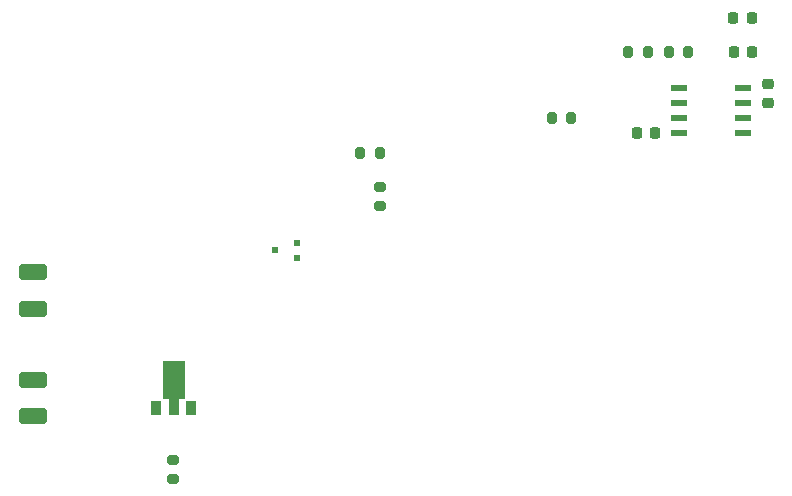
<source format=gbr>
%TF.GenerationSoftware,KiCad,Pcbnew,(6.0.11)*%
%TF.CreationDate,2023-02-16T11:16:17-05:00*%
%TF.ProjectId,DCT_HV_Widget,4443545f-4856-45f5-9769-646765742e6b,rev?*%
%TF.SameCoordinates,Original*%
%TF.FileFunction,Paste,Top*%
%TF.FilePolarity,Positive*%
%FSLAX46Y46*%
G04 Gerber Fmt 4.6, Leading zero omitted, Abs format (unit mm)*
G04 Created by KiCad (PCBNEW (6.0.11)) date 2023-02-16 11:16:17*
%MOMM*%
%LPD*%
G01*
G04 APERTURE LIST*
G04 Aperture macros list*
%AMRoundRect*
0 Rectangle with rounded corners*
0 $1 Rounding radius*
0 $2 $3 $4 $5 $6 $7 $8 $9 X,Y pos of 4 corners*
0 Add a 4 corners polygon primitive as box body*
4,1,4,$2,$3,$4,$5,$6,$7,$8,$9,$2,$3,0*
0 Add four circle primitives for the rounded corners*
1,1,$1+$1,$2,$3*
1,1,$1+$1,$4,$5*
1,1,$1+$1,$6,$7*
1,1,$1+$1,$8,$9*
0 Add four rect primitives between the rounded corners*
20,1,$1+$1,$2,$3,$4,$5,0*
20,1,$1+$1,$4,$5,$6,$7,0*
20,1,$1+$1,$6,$7,$8,$9,0*
20,1,$1+$1,$8,$9,$2,$3,0*%
G04 Aperture macros list end*
%ADD10C,0.040000*%
%ADD11R,0.550000X0.600000*%
%ADD12R,1.732000X3.125000*%
%ADD13R,0.900000X1.475000*%
%ADD14R,0.900000X1.300000*%
%ADD15RoundRect,0.225000X0.250000X-0.225000X0.250000X0.225000X-0.250000X0.225000X-0.250000X-0.225000X0*%
%ADD16RoundRect,0.200000X-0.275000X0.200000X-0.275000X-0.200000X0.275000X-0.200000X0.275000X0.200000X0*%
%ADD17RoundRect,0.200000X-0.200000X-0.275000X0.200000X-0.275000X0.200000X0.275000X-0.200000X0.275000X0*%
%ADD18RoundRect,0.250000X-0.925000X0.412500X-0.925000X-0.412500X0.925000X-0.412500X0.925000X0.412500X0*%
%ADD19R,1.460500X0.533400*%
%ADD20RoundRect,0.225000X-0.225000X-0.250000X0.225000X-0.250000X0.225000X0.250000X-0.225000X0.250000X0*%
%ADD21RoundRect,0.200000X0.200000X0.275000X-0.200000X0.275000X-0.200000X-0.275000X0.200000X-0.275000X0*%
G04 APERTURE END LIST*
D10*
%TO.C,Q1*%
X140509000Y-86812500D02*
X142241000Y-86812500D01*
X142241000Y-86812500D02*
X142241000Y-89937500D01*
X142241000Y-89937500D02*
X140509000Y-89937500D01*
X140509000Y-89937500D02*
X140509000Y-86812500D01*
G36*
X140509000Y-86812500D02*
G01*
X142241000Y-86812500D01*
X142241000Y-89937500D01*
X140509000Y-89937500D01*
X140509000Y-86812500D01*
G37*
%TD*%
D11*
%TO.C,D1*%
X151850000Y-78075000D03*
X151850000Y-76775000D03*
X150000000Y-77425000D03*
%TD*%
D12*
%TO.C,Q1*%
X141375000Y-88375000D03*
D13*
X141375000Y-90675000D03*
D14*
X139875000Y-90762500D03*
X142865000Y-90762500D03*
%TD*%
D15*
%TO.C,C4*%
X191700000Y-64925000D03*
X191700000Y-63375000D03*
%TD*%
D16*
%TO.C,R1*%
X158825000Y-73700000D03*
X158825000Y-72050000D03*
%TD*%
D17*
%TO.C,R4*%
X183300000Y-60600000D03*
X184950000Y-60600000D03*
%TD*%
D18*
%TO.C,C6*%
X129450000Y-88375000D03*
X129450000Y-91450000D03*
%TD*%
D19*
%TO.C,U1*%
X184125850Y-63660000D03*
X184125850Y-64930000D03*
X184125850Y-66200000D03*
X184125850Y-67470000D03*
X189574150Y-67470000D03*
X189574150Y-66200000D03*
X189574150Y-64930000D03*
X189574150Y-63660000D03*
%TD*%
D20*
%TO.C,C1*%
X188798300Y-60600000D03*
X190348300Y-60600000D03*
%TD*%
D21*
%TO.C,R3*%
X157175000Y-69200000D03*
X158825000Y-69200000D03*
%TD*%
D16*
%TO.C,R5*%
X141350000Y-95175000D03*
X141350000Y-96825000D03*
%TD*%
D21*
%TO.C,R6*%
X175050000Y-66200000D03*
X173400000Y-66200000D03*
%TD*%
D18*
%TO.C,C5*%
X129450000Y-79300000D03*
X129450000Y-82375000D03*
%TD*%
D17*
%TO.C,R2*%
X179875000Y-60600000D03*
X181525000Y-60600000D03*
%TD*%
D20*
%TO.C,C2*%
X188775000Y-57725000D03*
X190325000Y-57725000D03*
%TD*%
%TO.C,C3*%
X180625000Y-67450000D03*
X182175000Y-67450000D03*
%TD*%
M02*

</source>
